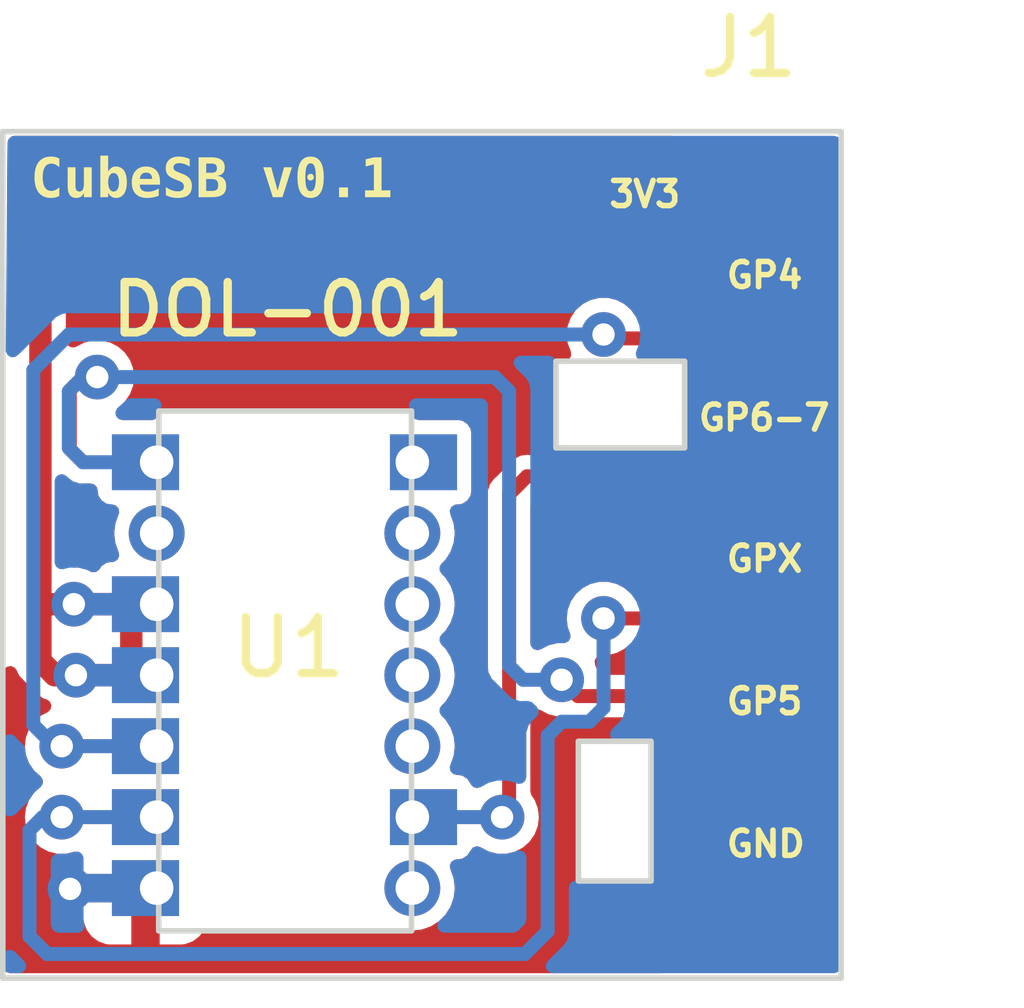
<source format=kicad_pcb>
(kicad_pcb (version 20221018) (generator pcbnew)
  (layers (0 "F.Cu" signal) (31 "B.Cu" signal) (34 "B.Paste" user) (35 "F.Paste" user) (36 "B.SilkS" user "B.Silkscreen") (37 "F.SilkS" user "F.Silkscreen") (38 "B.Mask" user) (39 "F.Mask" user) (44 "Edge.Cuts" user))
  (net 0 "")
  (net 1 "+3V3")
  (net 2 "EXI.~{CS}")
  (net 3 "EXI.OUT")
  (net 4 "EXI.IN")
  (net 5 "EXI.CLK")
  (net 6 "GND")
  (footprint "Eigene:PCB_Con_Flat_01x06" (layer "F.Cu") (at 148.8938 79.21)
    (fp_text reference "J1" (at -0.254 -9.017 unlocked) (layer "F.SilkS"))
    (fp_text value "Conn_01x06")
    (pad "1" smd rect (at 0 -6.35) (size 2.5 1.7) (layers "F.Cu" "F.Paste" "F.Mask") (net 1 "+3V3"))
    (pad "2" smd rect (at 0 -3.81) (size 2.5 1.7) (layers "F.Cu" "F.Paste" "F.Mask") (net 2 "EXI.~{CS}"))
    (pad "3" smd rect (at 0 -1.27) (size 2.5 1.7) (layers "F.Cu" "F.Paste" "F.Mask") (net 3 "EXI.OUT"))
    (pad "4" smd rect (at 0 1.27) (size 2.5 1.7) (layers "F.Cu" "F.Paste" "F.Mask") (net 4 "EXI.IN"))
    (pad "5" smd rect (at 0 3.81) (size 2.5 1.7) (layers "F.Cu" "F.Paste" "F.Mask") (net 5 "EXI.CLK"))
    (pad "6" smd rect (at 0 6.35) (size 2.5 1.7) (layers "F.Cu" "F.Paste" "F.Mask") (net 6 "GND"))
  )
  (footprint "Eigene:IPL-Bite" (layer "F.Cu") (at 140.338 81.426)
    (fp_text reference "U1" (at 0.0708 -0.493 unlocked) (layer "F.SilkS"))
    (fp_text value "GC-IPL")
    (pad "" np_thru_hole circle (at -2.286 -2.54) (size 1 1) (drill 0.6) (layers "F&B.Cu" "*.Mask"))
    (pad "" np_thru_hole circle (at 2.286 -2.54) (size 1 1) (drill 0.6) (layers "F&B.Cu" "*.Mask"))
    (pad "" np_thru_hole circle (at 2.286 -1.27) (size 1 1) (drill 0.6) (layers "F&B.Cu" "*.Mask"))
    (pad "" np_thru_hole circle (at 2.286 0) (size 1 1) (drill 0.6) (layers "F&B.Cu" "*.Mask"))
    (pad "" np_thru_hole circle (at 2.286 1.27) (size 1 1) (drill 0.6) (layers "F&B.Cu" "*.Mask"))
    (pad "" np_thru_hole circle (at 2.286 3.81) (size 1 1) (drill 0.6) (layers "F&B.Cu" "*.Mask"))
    (pad "1" thru_hole rect (at -2.286 -3.81) (size 1.2 1) (drill 0.6 (offset -0.2 0)) (layers "*.Cu" "*.Mask") (net 5 "EXI.CLK"))
    (pad "3" thru_hole rect (at -2.286 -1.27) (size 1.2 1) (drill 0.6 (offset -0.2 0)) (layers "*.Cu" "*.Mask") (net 1 "+3V3"))
    (pad "4" thru_hole rect (at -2.286 0) (size 1.2 1) (drill 0.6 (offset -0.2 0)) (layers "*.Cu" "*.Mask") (net 1 "+3V3"))
    (pad "5" thru_hole rect (at -2.286 1.27) (size 1.2 1) (drill 0.6 (offset -0.2 0)) (layers "*.Cu" "*.Mask") (net 2 "EXI.~{CS}"))
    (pad "6" thru_hole rect (at -2.286 2.54) (size 1.2 1) (drill 0.6 (offset -0.2 0)) (layers "*.Cu" "*.Mask") (net 4 "EXI.IN"))
    (pad "7" thru_hole rect (at -2.286 3.81) (size 1.2 1) (drill 0.6 (offset -0.2 0)) (layers "*.Cu" "*.Mask") (net 6 "GND"))
    (pad "9" thru_hole rect (at 2.286 2.54 180) (size 1.2 1) (drill 0.6 (offset -0.2 0)) (layers "*.Cu" "*.Mask") (net 3 "EXI.OUT"))
    (pad "14" thru_hole rect (at 2.286 -3.81 180) (size 1.2 1) (drill 0.6 (offset -0.2 0)) (layers "*.Cu" "*.Mask"))
  )
  (gr_line (start 150.2938 86.846) (end 135.3 86.846) (stroke (width 0.1)) (layer "Edge.Cuts"))
  (gr_line (start 146.9938 71.7) (end 145.3938 71.7) (stroke (width 0.1)) (layer "Edge.Cuts"))
  (gr_line (start 142.6102 76.7) (end 138.091 76.7) (stroke (width 0.1)) (layer "Edge.Cuts"))
  (gr_line (start 138.089 85.49) (end 138.089 86) (stroke (width 0.1)) (layer "Edge.Cuts"))
  (gr_rect (start 145.1938 75.808) (end 147.4938 77.358) (stroke (width 0.1)) (fill none) (layer "Edge.Cuts"))
  (gr_line (start 135.3 71.7) (end 135.3 86.846) (stroke (width 0.1)) (layer "Edge.Cuts"))
  (gr_line (start 142.6102 86) (end 138.089 86) (stroke (width 0.1)) (layer "Edge.Cuts"))
  (gr_line (start 150.2938 86.846) (end 150.2938 71.7) (stroke (width 0.1)) (layer "Edge.Cuts"))
  (gr_line (start 138.089 77.362) (end 138.089 85.49) (stroke (width 0.1)) (layer "Edge.Cuts"))
  (gr_rect (start 145.5938 82.608) (end 146.8938 85.108) (stroke (width 0.1)) (fill none) (layer "Edge.Cuts"))
  (gr_line (start 145.3938 71.7) (end 135.3 71.7) (stroke (width 0.1)) (layer "Edge.Cuts"))
  (gr_line (start 142.6102 86) (end 142.6102 77.362) (stroke (width 0.1)) (layer "Edge.Cuts"))
  (gr_line (start 138.091 76.7) (end 138.089 77.362) (stroke (width 0.1)) (layer "Edge.Cuts"))
  (gr_line (start 150.2938 71.7) (end 146.9938 71.7) (stroke (width 0.1)) (layer "Edge.Cuts"))
  (gr_line (start 142.6102 76.7) (end 142.6102 77.362) (stroke (width 0.1)) (layer "Edge.Cuts"))
  (gr_text "3V3" (at 146.0938 73.083) (layer "F.SilkS") (effects (font (size 0.45 0.45) (thickness 0.1) bold) (justify left bottom)))
  (gr_text "DOL-001" (at 140.3938 74.883) (layer "F.SilkS") (effects (font (size 0.9 0.9))))
  (gr_text "GPX" (at 148.1938 79.608) (layer "F.SilkS") (effects (font (size 0.45 0.45) (thickness 0.1) bold) (justify left bottom)))
  (gr_text "GP6-7" (at 147.6938 77.083) (layer "F.SilkS") (effects (font (size 0.45 0.45) (thickness 0.1) bold) (justify left bottom)))
  (gr_text "GP5" (at 148.1938 82.158) (layer "F.SilkS") (effects (font (size 0.45 0.45) (thickness 0.1) bold) (justify left bottom)))
  (gr_text "GND" (at 148.1938 84.708) (layer "F.SilkS") (effects (font (size 0.45 0.45) (thickness 0.1) bold) (justify left bottom)))
  (gr_text "CubeSB v0.1" (at 135.7938 72.583) (layer "F.SilkS") (effects (font (size 0.7 0.7) (thickness 0.14) bold) (justify left)))
  (gr_text "GP4" (at 148.1938 74.533) (layer "F.SilkS") (effects (font (size 0.45 0.45) (thickness 0.1) bold) (justify left bottom)))
  (segment (start 137.59798 81.25485) (end 137.76913 81.426) (width 0.4) (layer "F.Cu") (net 1))
  (segment (start 136.5838 72.81) (end 135.973 73.4208) (width 0.4) (layer "F.Cu") (net 1))
  (segment (start 135.973 81.172) (end 136.227 81.426) (width 0.4) (layer "F.Cu") (net 1))
  (segment (start 135.973 73.4208) (end 135.973 80.283) (width 0.4) (layer "F.Cu") (net 1))
  (segment (start 137.76913 80.156) (end 137.59798 80.32715) (width 0.4) (layer "F.Cu") (net 1))
  (segment (start 148.2938 72.787) (end 148.2508 72.787) (width 0.4) (layer "F.Cu") (net 1))
  (segment (start 137.798 80.156) (end 136.1 80.156) (width 0.4) (layer "F.Cu") (net 1))
  (segment (start 148.8938 72.86) (end 148.8438 72.81) (width 0.4) (layer "F.Cu") (net 1))
  (segment (start 148.2938 72.787) (end 148.2908 72.79) (width 0.4) (layer "F.Cu") (net 1))
  (segment (start 136.227 81.426) (end 137.798 81.426) (width 0.4) (layer "F.Cu") (net 1))
  (segment (start 148.8438 72.81) (end 136.5838 72.81) (width 0.4) (layer "F.Cu") (net 1))
  (segment (start 135.973 80.283) (end 135.973 81.172) (width 0.4) (layer "F.Cu") (net 1))
  (segment (start 137.59798 80.32715) (end 137.59798 81.25485) (width 0.4) (layer "F.Cu") (net 1))
  (segment (start 136.1 80.156) (end 135.973 80.283) (width 0.4) (layer "F.Cu") (net 1))
  (via (at 136.608 81.426) (size 0.8) (drill 0.4) (layers "F.Cu" "B.Cu") (net 1))
  (via (at 136.5705 80.156) (size 0.8) (drill 0.4) (layers "F.Cu" "B.Cu") (net 1))
  (segment (start 137.798 80.156) (end 136.5705 80.156) (width 0.4) (layer "B.Cu") (net 1))
  (segment (start 137.798 81.426) (end 136.608 81.426) (width 0.4) (layer "B.Cu") (net 1))
  (segment (start 148.8938 75.4) (end 146.1138 75.4) (width 0.25) (layer "F.Cu") (net 2))
  (segment (start 146.1138 75.4) (end 146.0438 75.33) (width 0.25) (layer "F.Cu") (net 2))
  (segment (start 136.354 82.696) (end 137.798 82.696) (width 0.25) (layer "F.Cu") (net 2))
  (via (at 136.354 82.696) (size 0.8) (drill 0.4) (layers "F.Cu" "B.Cu") (net 2))
  (via (at 146.0438 75.33) (size 0.8) (drill 0.4) (layers "F.Cu" "B.Cu") (net 2))
  (segment (start 135.846 75.965) (end 135.846 82.315) (width 0.25) (layer "B.Cu") (net 2))
  (segment (start 136.227 82.696) (end 137.798 82.696) (width 0.25) (layer "B.Cu") (net 2))
  (segment (start 136.481 75.33) (end 135.846 75.965) (width 0.25) (layer "B.Cu") (net 2))
  (segment (start 146.0438 75.33) (end 136.481 75.33) (width 0.25) (layer "B.Cu") (net 2))
  (segment (start 135.846 82.315) (end 136.227 82.696) (width 0.25) (layer "B.Cu") (net 2))
  (segment (start 144.355 78.1875) (end 144.355 83.839) (width 0.25) (layer "F.Cu") (net 3))
  (segment (start 144.355 83.839) (end 144.228 83.966) (width 0.25) (layer "F.Cu") (net 3))
  (segment (start 143.974 83.966) (end 142.878 83.966) (width 0.25) (layer "F.Cu") (net 3))
  (segment (start 148.2938 77.867) (end 144.6755 77.867) (width 0.25) (layer "F.Cu") (net 3))
  (segment (start 144.228 83.966) (end 143.974 83.966) (width 0.25) (layer "F.Cu") (net 3))
  (segment (start 144.6755 77.867) (end 144.355 78.1875) (width 0.25) (layer "F.Cu") (net 3))
  (via (at 144.228 83.966) (size 0.8) (drill 0.4) (layers "F.Cu" "B.Cu") (net 3))
  (segment (start 144.228 83.966) (end 143.00302 83.966) (width 0.25) (layer "B.Cu") (net 3))
  (segment (start 146.0438 80.41) (end 148.2908 80.41) (width 0.25) (layer "F.Cu") (net 4))
  (segment (start 136.354 83.966) (end 137.67298 83.966) (width 0.25) (layer "F.Cu") (net 4))
  (segment (start 148.2908 80.41) (end 148.2938 80.407) (width 0.25) (layer "F.Cu") (net 4))
  (via (at 146.0438 80.41) (size 0.8) (drill 0.4) (layers "F.Cu" "B.Cu") (net 4))
  (via (at 136.354 83.966) (size 0.8) (drill 0.4) (layers "F.Cu" "B.Cu") (net 4))
  (segment (start 136.0922 86.4142) (end 135.778 86.1) (width 0.25) (layer "B.Cu") (net 4))
  (segment (start 145.2938 82.258) (end 145.0438 82.508) (width 0.25) (layer "B.Cu") (net 4))
  (segment (start 145.0438 82.508) (end 145.0438 86.008) (width 0.25) (layer "B.Cu") (net 4))
  (segment (start 136.354 83.966) (end 137.798 83.966) (width 0.25) (layer "B.Cu") (net 4))
  (segment (start 146.0438 80.41) (end 146.0438 82.008) (width 0.25) (layer "B.Cu") (net 4))
  (segment (start 135.778 86.1) (end 135.778 84.2) (width 0.25) (layer "B.Cu") (net 4))
  (segment (start 136.012 83.966) (end 136.354 83.966) (width 0.25) (layer "B.Cu") (net 4))
  (segment (start 146.0438 82.008) (end 145.7938 82.258) (width 0.25) (layer "B.Cu") (net 4))
  (segment (start 145.0438 86.008) (end 144.6376 86.4142) (width 0.25) (layer "B.Cu") (net 4))
  (segment (start 135.778 84.2) (end 136.012 83.966) (width 0.25) (layer "B.Cu") (net 4))
  (segment (start 144.6376 86.4142) (end 136.0922 86.4142) (width 0.25) (layer "B.Cu") (net 4))
  (segment (start 145.7938 82.258) (end 145.2938 82.258) (width 0.25) (layer "B.Cu") (net 4))
  (segment (start 136.735 77.616) (end 137.798 77.616) (width 0.25) (layer "F.Cu") (net 5))
  (segment (start 136.989 76.092) (end 136.735 76.092) (width 0.25) (layer "F.Cu") (net 5))
  (segment (start 136.49752 76.32948) (end 136.49752 77.37852) (width 0.25) (layer "F.Cu") (net 5))
  (segment (start 136.49752 77.37852) (end 136.735 77.616) (width 0.25) (layer "F.Cu") (net 5))
  (segment (start 145.5858 81.8) (end 147.9938 81.8) (width 0.25) (layer "F.Cu") (net 5))
  (segment (start 148.2938 82.1) (end 148.2938 82.947) (width 0.25) (layer "F.Cu") (net 5))
  (segment (start 147.9938 81.8) (end 148.2938 82.1) (width 0.25) (layer "F.Cu") (net 5))
  (segment (start 136.735 76.092) (end 136.49752 76.32948) (width 0.25) (layer "F.Cu") (net 5))
  (segment (start 145.2938 81.508) (end 145.5858 81.8) (width 0.25) (layer "F.Cu") (net 5))
  (via (at 145.2938 81.508) (size 0.8) (drill 0.4) (layers "F.Cu" "B.Cu") (net 5))
  (via (at 136.989 76.092) (size 0.8) (drill 0.4) (layers "F.Cu" "B.Cu") (net 5))
  (segment (start 144.101 76.092) (end 136.989 76.092) (width 0.25) (layer "B.Cu") (net 5))
  (segment (start 136.481 77.362) (end 136.735 77.616) (width 0.25) (layer "B.Cu") (net 5))
  (segment (start 145.2938 81.508) (end 144.605 81.508) (width 0.25) (layer "B.Cu") (net 5))
  (segment (start 136.989 76.092) (end 136.735 76.092) (width 0.25) (layer "B.Cu") (net 5))
  (segment (start 136.735 76.092) (end 136.481 76.346) (width 0.25) (layer "B.Cu") (net 5))
  (segment (start 136.481 76.346) (end 136.481 77.362) (width 0.25) (layer "B.Cu") (net 5))
  (segment (start 144.605 81.508) (end 144.355 81.258) (width 0.25) (layer "B.Cu") (net 5))
  (segment (start 136.735 77.616) (end 137.798 77.616) (width 0.25) (layer "B.Cu") (net 5))
  (segment (start 144.355 81.258) (end 144.355 76.346) (width 0.25) (layer "B.Cu") (net 5))
  (segment (start 144.355 76.346) (end 144.101 76.092) (width 0.25) (layer "B.Cu") (net 5))
  (segment (start 136.5025 85.25) (end 136.5165 85.236) (width 0.25) (layer "F.Cu") (net 6))
  (segment (start 136.328 85.4) (end 136.328 86.05) (width 0.25) (layer "F.Cu") (net 6))
  (segment (start 136.5165 85.236) (end 137.673 85.236) (width 0.25) (layer "F.Cu") (net 6))
  (segment (start 136.5025 85.25) (end 136.478 85.25) (width 0.25) (layer "F.Cu") (net 6))
  (segment (start 136.328 86.05) (end 136.6922 86.4142) (width 0.25) (layer "F.Cu") (net 6))
  (segment (start 136.478 85.25) (end 136.328 85.4) (width 0.25) (layer "F.Cu") (net 6))
  (segment (start 147.3666 86.4142) (end 148.2938 85.487) (width 0.25) (layer "F.Cu") (net 6))
  (segment (start 136.6922 86.4142) (end 147.3666 86.4142) (width 0.25) (layer "F.Cu") (net 6))
  (via (at 136.5025 85.25) (size 0.8) (drill 0.4) (layers "F.Cu" "B.Cu") (net 6))
  (segment (start 137.798 85.236) (end 136.608 85.236) (width 0.25) (layer "B.Cu") (net 6))
  (zone (net 6) (net_name "GND") (layers "F&B.Cu") (connect_pads (clearance 0.254)) (min_thickness 0.254) (fill yes (thermal_gap 0.508) (thermal_bridge_width 0.508) (island_removal_mode 1) (island_area_min 0))
    (polygon (pts (xy 150.2938 86.758) (xy 143.921 86.758) (xy 135.258 86.758) (xy 135.385 71.774) (xy 150.339 71.774)))
  )
)
</source>
